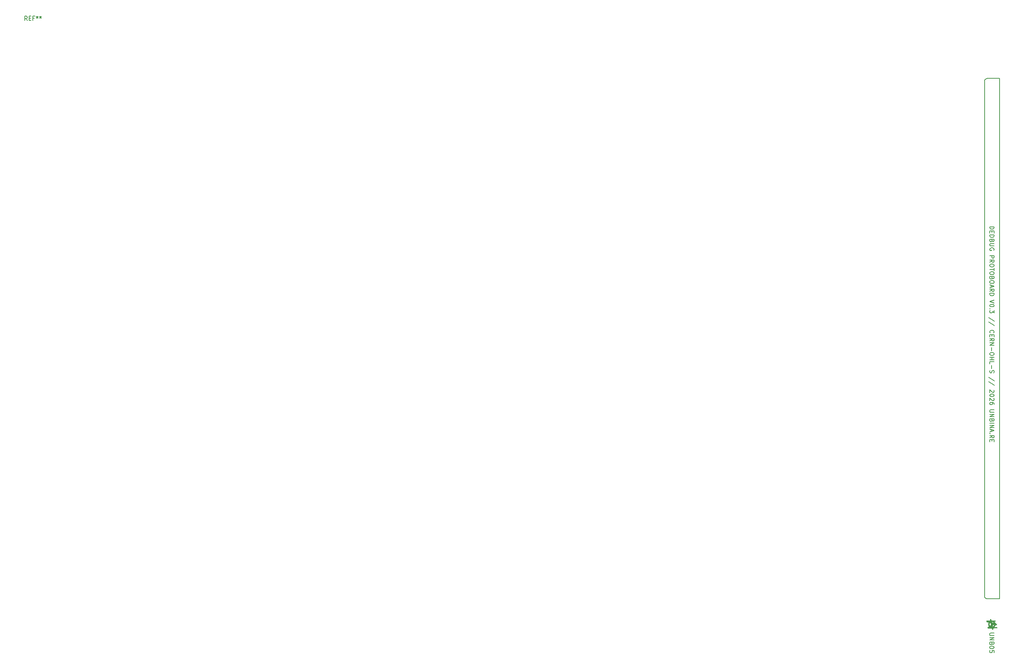
<source format=gbr>
%TF.GenerationSoftware,KiCad,Pcbnew,9.0.2+dfsg-1*%
%TF.CreationDate,2026-01-28T21:05:19+01:00*%
%TF.ProjectId,DEDBUG,44454442-5547-42e6-9b69-6361645f7063,0.3*%
%TF.SameCoordinates,Original*%
%TF.FileFunction,Legend,Top*%
%TF.FilePolarity,Positive*%
%FSLAX46Y46*%
G04 Gerber Fmt 4.6, Leading zero omitted, Abs format (unit mm)*
G04 Created by KiCad (PCBNEW 9.0.2+dfsg-1) date 2026-01-28 21:05:19*
%MOMM*%
%LPD*%
G01*
G04 APERTURE LIST*
%ADD10C,0.153000*%
%ADD11C,0.150000*%
%ADD12C,0.010000*%
G04 APERTURE END LIST*
D10*
X319426075Y-206013654D02*
X319425983Y-205984001D01*
X319425983Y-205984001D02*
X319425983Y-205984001D01*
X319622211Y-206457756D02*
X319622211Y-206457756D01*
X319942944Y-206636401D02*
X319911554Y-206627869D01*
X319473978Y-206230932D02*
X319462242Y-206199777D01*
X322894169Y-206653999D02*
X320095997Y-206653999D01*
X319536342Y-206351088D02*
X319518487Y-206321983D01*
X319787813Y-206577839D02*
X319757994Y-206561478D01*
X319502125Y-206292168D02*
X319487280Y-206261773D01*
X319673269Y-85830458D02*
X319700556Y-85809693D01*
X320035979Y-85681933D02*
X320066240Y-85680101D01*
X319848972Y-85728016D02*
X319880126Y-85716280D01*
X322894169Y-206653999D02*
X322894169Y-206653999D01*
X320036084Y-206652069D02*
X320005341Y-206648525D01*
X319880126Y-85716280D02*
X319911462Y-85706133D01*
X319598625Y-206432816D02*
X319576436Y-206406637D01*
X319462188Y-86134215D02*
X319473924Y-86103058D01*
X319647090Y-85852642D02*
X319673269Y-85830458D01*
X319431445Y-206074660D02*
X319427904Y-206043917D01*
X319443507Y-86196944D02*
X319452041Y-86165555D01*
X322894169Y-85680004D02*
X322894169Y-206653999D01*
X319818132Y-85741318D02*
X319848972Y-85728016D01*
X319427831Y-86290085D02*
X319431379Y-86259341D01*
X319622150Y-85876221D02*
X319622150Y-85876221D01*
X319974150Y-85690707D02*
X320005238Y-85685477D01*
X319436612Y-86228250D02*
X319443507Y-86196944D01*
X319880214Y-206617722D02*
X319849056Y-206605986D01*
X319598565Y-85901161D02*
X319622150Y-85876221D01*
X322894169Y-85680004D02*
X322894169Y-85680004D01*
X320095997Y-206653999D02*
X320066346Y-206653902D01*
X319622150Y-85876221D02*
X319647090Y-85852642D01*
X319425892Y-86350002D02*
X319425994Y-86320350D01*
X319974250Y-206643294D02*
X319942944Y-206636401D01*
X319647151Y-206481342D02*
X319622211Y-206457756D01*
X320005238Y-85685477D02*
X320035979Y-85681933D01*
X319942848Y-85697601D02*
X319974150Y-85690707D01*
X319673332Y-206503531D02*
X319647151Y-206481342D01*
X319757922Y-85772520D02*
X319787738Y-85756161D01*
X319536285Y-85982893D02*
X319555608Y-85954629D01*
X319849056Y-206605986D02*
X319818212Y-206592683D01*
X319473924Y-86103058D02*
X319487227Y-86072215D01*
X319576436Y-206406637D02*
X319555667Y-206379350D01*
X319462242Y-206199777D02*
X319452096Y-206168440D01*
X319911462Y-85706133D02*
X319942848Y-85697601D01*
X319555667Y-206379350D02*
X319536342Y-206351088D01*
X319518487Y-206321983D02*
X319502125Y-206292168D01*
X319436673Y-206105749D02*
X319431445Y-206074660D01*
X319728818Y-85790373D02*
X319757922Y-85772520D01*
X319425994Y-86320350D02*
X319427831Y-86290085D01*
X320066240Y-85680101D02*
X320095890Y-85680004D01*
X319452096Y-206168440D02*
X319443565Y-206137054D01*
X319425983Y-205984001D02*
X319425892Y-86350002D01*
X320005341Y-206648525D02*
X319974250Y-206643294D01*
X319502070Y-86041818D02*
X319518431Y-86012000D01*
X319555608Y-85954629D02*
X319576376Y-85927341D01*
X319757994Y-206561478D02*
X319728886Y-206543623D01*
X319518431Y-86012000D02*
X319536285Y-85982893D01*
X319818212Y-206592683D02*
X319787813Y-206577839D01*
X319443565Y-206137054D02*
X319436673Y-206105749D01*
X319787738Y-85756161D02*
X319818132Y-85741318D01*
X319425892Y-86350002D02*
X319425892Y-86350002D01*
X319622211Y-206457756D02*
X319598625Y-206432816D01*
X319911554Y-206627869D02*
X319880214Y-206617722D01*
X319452041Y-86165555D02*
X319462188Y-86134215D01*
X319427904Y-206043917D02*
X319426075Y-206013654D01*
X320095890Y-85680004D02*
X322894169Y-85680004D01*
X320066346Y-206653902D02*
X320036084Y-206652069D01*
X320095890Y-85680004D02*
X320095890Y-85680004D01*
X319431379Y-86259341D02*
X319436612Y-86228250D01*
X319700556Y-85809693D02*
X319728818Y-85790373D01*
X319576376Y-85927341D02*
X319598565Y-85901161D01*
X319728886Y-206543623D02*
X319700621Y-206524300D01*
X319487227Y-86072215D02*
X319502070Y-86041818D01*
X319700621Y-206524300D02*
X319673332Y-206503531D01*
X319487280Y-206261773D02*
X319473978Y-206230932D01*
X320662336Y-120158809D02*
X321662336Y-120158809D01*
X321662336Y-120158809D02*
X321662336Y-120396904D01*
X321662336Y-120396904D02*
X321614717Y-120539761D01*
X321614717Y-120539761D02*
X321519479Y-120634999D01*
X321519479Y-120634999D02*
X321424241Y-120682618D01*
X321424241Y-120682618D02*
X321233765Y-120730237D01*
X321233765Y-120730237D02*
X321090908Y-120730237D01*
X321090908Y-120730237D02*
X320900432Y-120682618D01*
X320900432Y-120682618D02*
X320805194Y-120634999D01*
X320805194Y-120634999D02*
X320709956Y-120539761D01*
X320709956Y-120539761D02*
X320662336Y-120396904D01*
X320662336Y-120396904D02*
X320662336Y-120158809D01*
X321186146Y-121158809D02*
X321186146Y-121492142D01*
X320662336Y-121634999D02*
X320662336Y-121158809D01*
X320662336Y-121158809D02*
X321662336Y-121158809D01*
X321662336Y-121158809D02*
X321662336Y-121634999D01*
X320662336Y-122063571D02*
X321662336Y-122063571D01*
X321662336Y-122063571D02*
X321662336Y-122301666D01*
X321662336Y-122301666D02*
X321614717Y-122444523D01*
X321614717Y-122444523D02*
X321519479Y-122539761D01*
X321519479Y-122539761D02*
X321424241Y-122587380D01*
X321424241Y-122587380D02*
X321233765Y-122634999D01*
X321233765Y-122634999D02*
X321090908Y-122634999D01*
X321090908Y-122634999D02*
X320900432Y-122587380D01*
X320900432Y-122587380D02*
X320805194Y-122539761D01*
X320805194Y-122539761D02*
X320709956Y-122444523D01*
X320709956Y-122444523D02*
X320662336Y-122301666D01*
X320662336Y-122301666D02*
X320662336Y-122063571D01*
X321186146Y-123396904D02*
X321138527Y-123539761D01*
X321138527Y-123539761D02*
X321090908Y-123587380D01*
X321090908Y-123587380D02*
X320995670Y-123634999D01*
X320995670Y-123634999D02*
X320852813Y-123634999D01*
X320852813Y-123634999D02*
X320757575Y-123587380D01*
X320757575Y-123587380D02*
X320709956Y-123539761D01*
X320709956Y-123539761D02*
X320662336Y-123444523D01*
X320662336Y-123444523D02*
X320662336Y-123063571D01*
X320662336Y-123063571D02*
X321662336Y-123063571D01*
X321662336Y-123063571D02*
X321662336Y-123396904D01*
X321662336Y-123396904D02*
X321614717Y-123492142D01*
X321614717Y-123492142D02*
X321567098Y-123539761D01*
X321567098Y-123539761D02*
X321471860Y-123587380D01*
X321471860Y-123587380D02*
X321376622Y-123587380D01*
X321376622Y-123587380D02*
X321281384Y-123539761D01*
X321281384Y-123539761D02*
X321233765Y-123492142D01*
X321233765Y-123492142D02*
X321186146Y-123396904D01*
X321186146Y-123396904D02*
X321186146Y-123063571D01*
X321662336Y-124063571D02*
X320852813Y-124063571D01*
X320852813Y-124063571D02*
X320757575Y-124111190D01*
X320757575Y-124111190D02*
X320709956Y-124158809D01*
X320709956Y-124158809D02*
X320662336Y-124254047D01*
X320662336Y-124254047D02*
X320662336Y-124444523D01*
X320662336Y-124444523D02*
X320709956Y-124539761D01*
X320709956Y-124539761D02*
X320757575Y-124587380D01*
X320757575Y-124587380D02*
X320852813Y-124634999D01*
X320852813Y-124634999D02*
X321662336Y-124634999D01*
X321614717Y-125634999D02*
X321662336Y-125539761D01*
X321662336Y-125539761D02*
X321662336Y-125396904D01*
X321662336Y-125396904D02*
X321614717Y-125254047D01*
X321614717Y-125254047D02*
X321519479Y-125158809D01*
X321519479Y-125158809D02*
X321424241Y-125111190D01*
X321424241Y-125111190D02*
X321233765Y-125063571D01*
X321233765Y-125063571D02*
X321090908Y-125063571D01*
X321090908Y-125063571D02*
X320900432Y-125111190D01*
X320900432Y-125111190D02*
X320805194Y-125158809D01*
X320805194Y-125158809D02*
X320709956Y-125254047D01*
X320709956Y-125254047D02*
X320662336Y-125396904D01*
X320662336Y-125396904D02*
X320662336Y-125492142D01*
X320662336Y-125492142D02*
X320709956Y-125634999D01*
X320709956Y-125634999D02*
X320757575Y-125682618D01*
X320757575Y-125682618D02*
X321090908Y-125682618D01*
X321090908Y-125682618D02*
X321090908Y-125492142D01*
X320662336Y-126873095D02*
X321662336Y-126873095D01*
X321662336Y-126873095D02*
X321662336Y-127254047D01*
X321662336Y-127254047D02*
X321614717Y-127349285D01*
X321614717Y-127349285D02*
X321567098Y-127396904D01*
X321567098Y-127396904D02*
X321471860Y-127444523D01*
X321471860Y-127444523D02*
X321329003Y-127444523D01*
X321329003Y-127444523D02*
X321233765Y-127396904D01*
X321233765Y-127396904D02*
X321186146Y-127349285D01*
X321186146Y-127349285D02*
X321138527Y-127254047D01*
X321138527Y-127254047D02*
X321138527Y-126873095D01*
X320662336Y-128444523D02*
X321138527Y-128111190D01*
X320662336Y-127873095D02*
X321662336Y-127873095D01*
X321662336Y-127873095D02*
X321662336Y-128254047D01*
X321662336Y-128254047D02*
X321614717Y-128349285D01*
X321614717Y-128349285D02*
X321567098Y-128396904D01*
X321567098Y-128396904D02*
X321471860Y-128444523D01*
X321471860Y-128444523D02*
X321329003Y-128444523D01*
X321329003Y-128444523D02*
X321233765Y-128396904D01*
X321233765Y-128396904D02*
X321186146Y-128349285D01*
X321186146Y-128349285D02*
X321138527Y-128254047D01*
X321138527Y-128254047D02*
X321138527Y-127873095D01*
X321662336Y-129063571D02*
X321662336Y-129254047D01*
X321662336Y-129254047D02*
X321614717Y-129349285D01*
X321614717Y-129349285D02*
X321519479Y-129444523D01*
X321519479Y-129444523D02*
X321329003Y-129492142D01*
X321329003Y-129492142D02*
X320995670Y-129492142D01*
X320995670Y-129492142D02*
X320805194Y-129444523D01*
X320805194Y-129444523D02*
X320709956Y-129349285D01*
X320709956Y-129349285D02*
X320662336Y-129254047D01*
X320662336Y-129254047D02*
X320662336Y-129063571D01*
X320662336Y-129063571D02*
X320709956Y-128968333D01*
X320709956Y-128968333D02*
X320805194Y-128873095D01*
X320805194Y-128873095D02*
X320995670Y-128825476D01*
X320995670Y-128825476D02*
X321329003Y-128825476D01*
X321329003Y-128825476D02*
X321519479Y-128873095D01*
X321519479Y-128873095D02*
X321614717Y-128968333D01*
X321614717Y-128968333D02*
X321662336Y-129063571D01*
X321662336Y-129777857D02*
X321662336Y-130349285D01*
X320662336Y-130063571D02*
X321662336Y-130063571D01*
X321662336Y-130873095D02*
X321662336Y-131063571D01*
X321662336Y-131063571D02*
X321614717Y-131158809D01*
X321614717Y-131158809D02*
X321519479Y-131254047D01*
X321519479Y-131254047D02*
X321329003Y-131301666D01*
X321329003Y-131301666D02*
X320995670Y-131301666D01*
X320995670Y-131301666D02*
X320805194Y-131254047D01*
X320805194Y-131254047D02*
X320709956Y-131158809D01*
X320709956Y-131158809D02*
X320662336Y-131063571D01*
X320662336Y-131063571D02*
X320662336Y-130873095D01*
X320662336Y-130873095D02*
X320709956Y-130777857D01*
X320709956Y-130777857D02*
X320805194Y-130682619D01*
X320805194Y-130682619D02*
X320995670Y-130635000D01*
X320995670Y-130635000D02*
X321329003Y-130635000D01*
X321329003Y-130635000D02*
X321519479Y-130682619D01*
X321519479Y-130682619D02*
X321614717Y-130777857D01*
X321614717Y-130777857D02*
X321662336Y-130873095D01*
X321186146Y-132063571D02*
X321138527Y-132206428D01*
X321138527Y-132206428D02*
X321090908Y-132254047D01*
X321090908Y-132254047D02*
X320995670Y-132301666D01*
X320995670Y-132301666D02*
X320852813Y-132301666D01*
X320852813Y-132301666D02*
X320757575Y-132254047D01*
X320757575Y-132254047D02*
X320709956Y-132206428D01*
X320709956Y-132206428D02*
X320662336Y-132111190D01*
X320662336Y-132111190D02*
X320662336Y-131730238D01*
X320662336Y-131730238D02*
X321662336Y-131730238D01*
X321662336Y-131730238D02*
X321662336Y-132063571D01*
X321662336Y-132063571D02*
X321614717Y-132158809D01*
X321614717Y-132158809D02*
X321567098Y-132206428D01*
X321567098Y-132206428D02*
X321471860Y-132254047D01*
X321471860Y-132254047D02*
X321376622Y-132254047D01*
X321376622Y-132254047D02*
X321281384Y-132206428D01*
X321281384Y-132206428D02*
X321233765Y-132158809D01*
X321233765Y-132158809D02*
X321186146Y-132063571D01*
X321186146Y-132063571D02*
X321186146Y-131730238D01*
X321662336Y-132920714D02*
X321662336Y-133111190D01*
X321662336Y-133111190D02*
X321614717Y-133206428D01*
X321614717Y-133206428D02*
X321519479Y-133301666D01*
X321519479Y-133301666D02*
X321329003Y-133349285D01*
X321329003Y-133349285D02*
X320995670Y-133349285D01*
X320995670Y-133349285D02*
X320805194Y-133301666D01*
X320805194Y-133301666D02*
X320709956Y-133206428D01*
X320709956Y-133206428D02*
X320662336Y-133111190D01*
X320662336Y-133111190D02*
X320662336Y-132920714D01*
X320662336Y-132920714D02*
X320709956Y-132825476D01*
X320709956Y-132825476D02*
X320805194Y-132730238D01*
X320805194Y-132730238D02*
X320995670Y-132682619D01*
X320995670Y-132682619D02*
X321329003Y-132682619D01*
X321329003Y-132682619D02*
X321519479Y-132730238D01*
X321519479Y-132730238D02*
X321614717Y-132825476D01*
X321614717Y-132825476D02*
X321662336Y-132920714D01*
X320948051Y-133730238D02*
X320948051Y-134206428D01*
X320662336Y-133635000D02*
X321662336Y-133968333D01*
X321662336Y-133968333D02*
X320662336Y-134301666D01*
X320662336Y-135206428D02*
X321138527Y-134873095D01*
X320662336Y-134635000D02*
X321662336Y-134635000D01*
X321662336Y-134635000D02*
X321662336Y-135015952D01*
X321662336Y-135015952D02*
X321614717Y-135111190D01*
X321614717Y-135111190D02*
X321567098Y-135158809D01*
X321567098Y-135158809D02*
X321471860Y-135206428D01*
X321471860Y-135206428D02*
X321329003Y-135206428D01*
X321329003Y-135206428D02*
X321233765Y-135158809D01*
X321233765Y-135158809D02*
X321186146Y-135111190D01*
X321186146Y-135111190D02*
X321138527Y-135015952D01*
X321138527Y-135015952D02*
X321138527Y-134635000D01*
X320662336Y-135635000D02*
X321662336Y-135635000D01*
X321662336Y-135635000D02*
X321662336Y-135873095D01*
X321662336Y-135873095D02*
X321614717Y-136015952D01*
X321614717Y-136015952D02*
X321519479Y-136111190D01*
X321519479Y-136111190D02*
X321424241Y-136158809D01*
X321424241Y-136158809D02*
X321233765Y-136206428D01*
X321233765Y-136206428D02*
X321090908Y-136206428D01*
X321090908Y-136206428D02*
X320900432Y-136158809D01*
X320900432Y-136158809D02*
X320805194Y-136111190D01*
X320805194Y-136111190D02*
X320709956Y-136015952D01*
X320709956Y-136015952D02*
X320662336Y-135873095D01*
X320662336Y-135873095D02*
X320662336Y-135635000D01*
X321662336Y-137254048D02*
X320662336Y-137587381D01*
X320662336Y-137587381D02*
X321662336Y-137920714D01*
X321662336Y-138444524D02*
X321662336Y-138539762D01*
X321662336Y-138539762D02*
X321614717Y-138635000D01*
X321614717Y-138635000D02*
X321567098Y-138682619D01*
X321567098Y-138682619D02*
X321471860Y-138730238D01*
X321471860Y-138730238D02*
X321281384Y-138777857D01*
X321281384Y-138777857D02*
X321043289Y-138777857D01*
X321043289Y-138777857D02*
X320852813Y-138730238D01*
X320852813Y-138730238D02*
X320757575Y-138682619D01*
X320757575Y-138682619D02*
X320709956Y-138635000D01*
X320709956Y-138635000D02*
X320662336Y-138539762D01*
X320662336Y-138539762D02*
X320662336Y-138444524D01*
X320662336Y-138444524D02*
X320709956Y-138349286D01*
X320709956Y-138349286D02*
X320757575Y-138301667D01*
X320757575Y-138301667D02*
X320852813Y-138254048D01*
X320852813Y-138254048D02*
X321043289Y-138206429D01*
X321043289Y-138206429D02*
X321281384Y-138206429D01*
X321281384Y-138206429D02*
X321471860Y-138254048D01*
X321471860Y-138254048D02*
X321567098Y-138301667D01*
X321567098Y-138301667D02*
X321614717Y-138349286D01*
X321614717Y-138349286D02*
X321662336Y-138444524D01*
X320757575Y-139206429D02*
X320709956Y-139254048D01*
X320709956Y-139254048D02*
X320662336Y-139206429D01*
X320662336Y-139206429D02*
X320709956Y-139158810D01*
X320709956Y-139158810D02*
X320757575Y-139206429D01*
X320757575Y-139206429D02*
X320662336Y-139206429D01*
X321662336Y-139587381D02*
X321662336Y-140206428D01*
X321662336Y-140206428D02*
X321281384Y-139873095D01*
X321281384Y-139873095D02*
X321281384Y-140015952D01*
X321281384Y-140015952D02*
X321233765Y-140111190D01*
X321233765Y-140111190D02*
X321186146Y-140158809D01*
X321186146Y-140158809D02*
X321090908Y-140206428D01*
X321090908Y-140206428D02*
X320852813Y-140206428D01*
X320852813Y-140206428D02*
X320757575Y-140158809D01*
X320757575Y-140158809D02*
X320709956Y-140111190D01*
X320709956Y-140111190D02*
X320662336Y-140015952D01*
X320662336Y-140015952D02*
X320662336Y-139730238D01*
X320662336Y-139730238D02*
X320709956Y-139635000D01*
X320709956Y-139635000D02*
X320757575Y-139587381D01*
X321709956Y-142111190D02*
X320424241Y-141254048D01*
X321709956Y-143158809D02*
X320424241Y-142301667D01*
X320757575Y-144825476D02*
X320709956Y-144777857D01*
X320709956Y-144777857D02*
X320662336Y-144635000D01*
X320662336Y-144635000D02*
X320662336Y-144539762D01*
X320662336Y-144539762D02*
X320709956Y-144396905D01*
X320709956Y-144396905D02*
X320805194Y-144301667D01*
X320805194Y-144301667D02*
X320900432Y-144254048D01*
X320900432Y-144254048D02*
X321090908Y-144206429D01*
X321090908Y-144206429D02*
X321233765Y-144206429D01*
X321233765Y-144206429D02*
X321424241Y-144254048D01*
X321424241Y-144254048D02*
X321519479Y-144301667D01*
X321519479Y-144301667D02*
X321614717Y-144396905D01*
X321614717Y-144396905D02*
X321662336Y-144539762D01*
X321662336Y-144539762D02*
X321662336Y-144635000D01*
X321662336Y-144635000D02*
X321614717Y-144777857D01*
X321614717Y-144777857D02*
X321567098Y-144825476D01*
X321186146Y-145254048D02*
X321186146Y-145587381D01*
X320662336Y-145730238D02*
X320662336Y-145254048D01*
X320662336Y-145254048D02*
X321662336Y-145254048D01*
X321662336Y-145254048D02*
X321662336Y-145730238D01*
X320662336Y-146730238D02*
X321138527Y-146396905D01*
X320662336Y-146158810D02*
X321662336Y-146158810D01*
X321662336Y-146158810D02*
X321662336Y-146539762D01*
X321662336Y-146539762D02*
X321614717Y-146635000D01*
X321614717Y-146635000D02*
X321567098Y-146682619D01*
X321567098Y-146682619D02*
X321471860Y-146730238D01*
X321471860Y-146730238D02*
X321329003Y-146730238D01*
X321329003Y-146730238D02*
X321233765Y-146682619D01*
X321233765Y-146682619D02*
X321186146Y-146635000D01*
X321186146Y-146635000D02*
X321138527Y-146539762D01*
X321138527Y-146539762D02*
X321138527Y-146158810D01*
X320662336Y-147158810D02*
X321662336Y-147158810D01*
X321662336Y-147158810D02*
X320662336Y-147730238D01*
X320662336Y-147730238D02*
X321662336Y-147730238D01*
X321043289Y-148206429D02*
X321043289Y-148968334D01*
X321662336Y-149635000D02*
X321662336Y-149825476D01*
X321662336Y-149825476D02*
X321614717Y-149920714D01*
X321614717Y-149920714D02*
X321519479Y-150015952D01*
X321519479Y-150015952D02*
X321329003Y-150063571D01*
X321329003Y-150063571D02*
X320995670Y-150063571D01*
X320995670Y-150063571D02*
X320805194Y-150015952D01*
X320805194Y-150015952D02*
X320709956Y-149920714D01*
X320709956Y-149920714D02*
X320662336Y-149825476D01*
X320662336Y-149825476D02*
X320662336Y-149635000D01*
X320662336Y-149635000D02*
X320709956Y-149539762D01*
X320709956Y-149539762D02*
X320805194Y-149444524D01*
X320805194Y-149444524D02*
X320995670Y-149396905D01*
X320995670Y-149396905D02*
X321329003Y-149396905D01*
X321329003Y-149396905D02*
X321519479Y-149444524D01*
X321519479Y-149444524D02*
X321614717Y-149539762D01*
X321614717Y-149539762D02*
X321662336Y-149635000D01*
X320662336Y-150492143D02*
X321662336Y-150492143D01*
X321186146Y-150492143D02*
X321186146Y-151063571D01*
X320662336Y-151063571D02*
X321662336Y-151063571D01*
X320662336Y-152015952D02*
X320662336Y-151539762D01*
X320662336Y-151539762D02*
X321662336Y-151539762D01*
X321043289Y-152349286D02*
X321043289Y-153111191D01*
X320709956Y-153539762D02*
X320662336Y-153682619D01*
X320662336Y-153682619D02*
X320662336Y-153920714D01*
X320662336Y-153920714D02*
X320709956Y-154015952D01*
X320709956Y-154015952D02*
X320757575Y-154063571D01*
X320757575Y-154063571D02*
X320852813Y-154111190D01*
X320852813Y-154111190D02*
X320948051Y-154111190D01*
X320948051Y-154111190D02*
X321043289Y-154063571D01*
X321043289Y-154063571D02*
X321090908Y-154015952D01*
X321090908Y-154015952D02*
X321138527Y-153920714D01*
X321138527Y-153920714D02*
X321186146Y-153730238D01*
X321186146Y-153730238D02*
X321233765Y-153635000D01*
X321233765Y-153635000D02*
X321281384Y-153587381D01*
X321281384Y-153587381D02*
X321376622Y-153539762D01*
X321376622Y-153539762D02*
X321471860Y-153539762D01*
X321471860Y-153539762D02*
X321567098Y-153587381D01*
X321567098Y-153587381D02*
X321614717Y-153635000D01*
X321614717Y-153635000D02*
X321662336Y-153730238D01*
X321662336Y-153730238D02*
X321662336Y-153968333D01*
X321662336Y-153968333D02*
X321614717Y-154111190D01*
X321709956Y-156015952D02*
X320424241Y-155158810D01*
X321709956Y-157063571D02*
X320424241Y-156206429D01*
X321567098Y-158111191D02*
X321614717Y-158158810D01*
X321614717Y-158158810D02*
X321662336Y-158254048D01*
X321662336Y-158254048D02*
X321662336Y-158492143D01*
X321662336Y-158492143D02*
X321614717Y-158587381D01*
X321614717Y-158587381D02*
X321567098Y-158635000D01*
X321567098Y-158635000D02*
X321471860Y-158682619D01*
X321471860Y-158682619D02*
X321376622Y-158682619D01*
X321376622Y-158682619D02*
X321233765Y-158635000D01*
X321233765Y-158635000D02*
X320662336Y-158063572D01*
X320662336Y-158063572D02*
X320662336Y-158682619D01*
X321662336Y-159301667D02*
X321662336Y-159396905D01*
X321662336Y-159396905D02*
X321614717Y-159492143D01*
X321614717Y-159492143D02*
X321567098Y-159539762D01*
X321567098Y-159539762D02*
X321471860Y-159587381D01*
X321471860Y-159587381D02*
X321281384Y-159635000D01*
X321281384Y-159635000D02*
X321043289Y-159635000D01*
X321043289Y-159635000D02*
X320852813Y-159587381D01*
X320852813Y-159587381D02*
X320757575Y-159539762D01*
X320757575Y-159539762D02*
X320709956Y-159492143D01*
X320709956Y-159492143D02*
X320662336Y-159396905D01*
X320662336Y-159396905D02*
X320662336Y-159301667D01*
X320662336Y-159301667D02*
X320709956Y-159206429D01*
X320709956Y-159206429D02*
X320757575Y-159158810D01*
X320757575Y-159158810D02*
X320852813Y-159111191D01*
X320852813Y-159111191D02*
X321043289Y-159063572D01*
X321043289Y-159063572D02*
X321281384Y-159063572D01*
X321281384Y-159063572D02*
X321471860Y-159111191D01*
X321471860Y-159111191D02*
X321567098Y-159158810D01*
X321567098Y-159158810D02*
X321614717Y-159206429D01*
X321614717Y-159206429D02*
X321662336Y-159301667D01*
X321567098Y-160015953D02*
X321614717Y-160063572D01*
X321614717Y-160063572D02*
X321662336Y-160158810D01*
X321662336Y-160158810D02*
X321662336Y-160396905D01*
X321662336Y-160396905D02*
X321614717Y-160492143D01*
X321614717Y-160492143D02*
X321567098Y-160539762D01*
X321567098Y-160539762D02*
X321471860Y-160587381D01*
X321471860Y-160587381D02*
X321376622Y-160587381D01*
X321376622Y-160587381D02*
X321233765Y-160539762D01*
X321233765Y-160539762D02*
X320662336Y-159968334D01*
X320662336Y-159968334D02*
X320662336Y-160587381D01*
X321662336Y-161444524D02*
X321662336Y-161254048D01*
X321662336Y-161254048D02*
X321614717Y-161158810D01*
X321614717Y-161158810D02*
X321567098Y-161111191D01*
X321567098Y-161111191D02*
X321424241Y-161015953D01*
X321424241Y-161015953D02*
X321233765Y-160968334D01*
X321233765Y-160968334D02*
X320852813Y-160968334D01*
X320852813Y-160968334D02*
X320757575Y-161015953D01*
X320757575Y-161015953D02*
X320709956Y-161063572D01*
X320709956Y-161063572D02*
X320662336Y-161158810D01*
X320662336Y-161158810D02*
X320662336Y-161349286D01*
X320662336Y-161349286D02*
X320709956Y-161444524D01*
X320709956Y-161444524D02*
X320757575Y-161492143D01*
X320757575Y-161492143D02*
X320852813Y-161539762D01*
X320852813Y-161539762D02*
X321090908Y-161539762D01*
X321090908Y-161539762D02*
X321186146Y-161492143D01*
X321186146Y-161492143D02*
X321233765Y-161444524D01*
X321233765Y-161444524D02*
X321281384Y-161349286D01*
X321281384Y-161349286D02*
X321281384Y-161158810D01*
X321281384Y-161158810D02*
X321233765Y-161063572D01*
X321233765Y-161063572D02*
X321186146Y-161015953D01*
X321186146Y-161015953D02*
X321090908Y-160968334D01*
X321662336Y-162730239D02*
X320852813Y-162730239D01*
X320852813Y-162730239D02*
X320757575Y-162777858D01*
X320757575Y-162777858D02*
X320709956Y-162825477D01*
X320709956Y-162825477D02*
X320662336Y-162920715D01*
X320662336Y-162920715D02*
X320662336Y-163111191D01*
X320662336Y-163111191D02*
X320709956Y-163206429D01*
X320709956Y-163206429D02*
X320757575Y-163254048D01*
X320757575Y-163254048D02*
X320852813Y-163301667D01*
X320852813Y-163301667D02*
X321662336Y-163301667D01*
X320662336Y-163777858D02*
X321662336Y-163777858D01*
X321662336Y-163777858D02*
X320662336Y-164349286D01*
X320662336Y-164349286D02*
X321662336Y-164349286D01*
X321186146Y-165158810D02*
X321138527Y-165301667D01*
X321138527Y-165301667D02*
X321090908Y-165349286D01*
X321090908Y-165349286D02*
X320995670Y-165396905D01*
X320995670Y-165396905D02*
X320852813Y-165396905D01*
X320852813Y-165396905D02*
X320757575Y-165349286D01*
X320757575Y-165349286D02*
X320709956Y-165301667D01*
X320709956Y-165301667D02*
X320662336Y-165206429D01*
X320662336Y-165206429D02*
X320662336Y-164825477D01*
X320662336Y-164825477D02*
X321662336Y-164825477D01*
X321662336Y-164825477D02*
X321662336Y-165158810D01*
X321662336Y-165158810D02*
X321614717Y-165254048D01*
X321614717Y-165254048D02*
X321567098Y-165301667D01*
X321567098Y-165301667D02*
X321471860Y-165349286D01*
X321471860Y-165349286D02*
X321376622Y-165349286D01*
X321376622Y-165349286D02*
X321281384Y-165301667D01*
X321281384Y-165301667D02*
X321233765Y-165254048D01*
X321233765Y-165254048D02*
X321186146Y-165158810D01*
X321186146Y-165158810D02*
X321186146Y-164825477D01*
X320662336Y-165825477D02*
X321662336Y-165825477D01*
X320662336Y-166301667D02*
X321662336Y-166301667D01*
X321662336Y-166301667D02*
X320662336Y-166873095D01*
X320662336Y-166873095D02*
X321662336Y-166873095D01*
X320948051Y-167301667D02*
X320948051Y-167777857D01*
X320662336Y-167206429D02*
X321662336Y-167539762D01*
X321662336Y-167539762D02*
X320662336Y-167873095D01*
X320757575Y-168206429D02*
X320709956Y-168254048D01*
X320709956Y-168254048D02*
X320662336Y-168206429D01*
X320662336Y-168206429D02*
X320709956Y-168158810D01*
X320709956Y-168158810D02*
X320757575Y-168206429D01*
X320757575Y-168206429D02*
X320662336Y-168206429D01*
X320662336Y-169254047D02*
X321138527Y-168920714D01*
X320662336Y-168682619D02*
X321662336Y-168682619D01*
X321662336Y-168682619D02*
X321662336Y-169063571D01*
X321662336Y-169063571D02*
X321614717Y-169158809D01*
X321614717Y-169158809D02*
X321567098Y-169206428D01*
X321567098Y-169206428D02*
X321471860Y-169254047D01*
X321471860Y-169254047D02*
X321329003Y-169254047D01*
X321329003Y-169254047D02*
X321233765Y-169206428D01*
X321233765Y-169206428D02*
X321186146Y-169158809D01*
X321186146Y-169158809D02*
X321138527Y-169063571D01*
X321138527Y-169063571D02*
X321138527Y-168682619D01*
X321186146Y-169682619D02*
X321186146Y-170015952D01*
X320662336Y-170158809D02*
X320662336Y-169682619D01*
X320662336Y-169682619D02*
X321662336Y-169682619D01*
X321662336Y-169682619D02*
X321662336Y-170158809D01*
X321623550Y-214629400D02*
X320814027Y-214629400D01*
X320814027Y-214629400D02*
X320718789Y-214677019D01*
X320718789Y-214677019D02*
X320671170Y-214724638D01*
X320671170Y-214724638D02*
X320623550Y-214819876D01*
X320623550Y-214819876D02*
X320623550Y-215010352D01*
X320623550Y-215010352D02*
X320671170Y-215105590D01*
X320671170Y-215105590D02*
X320718789Y-215153209D01*
X320718789Y-215153209D02*
X320814027Y-215200828D01*
X320814027Y-215200828D02*
X321623550Y-215200828D01*
X320623550Y-215677019D02*
X321623550Y-215677019D01*
X321623550Y-215677019D02*
X320623550Y-216248447D01*
X320623550Y-216248447D02*
X321623550Y-216248447D01*
X321147360Y-217057971D02*
X321099741Y-217200828D01*
X321099741Y-217200828D02*
X321052122Y-217248447D01*
X321052122Y-217248447D02*
X320956884Y-217296066D01*
X320956884Y-217296066D02*
X320814027Y-217296066D01*
X320814027Y-217296066D02*
X320718789Y-217248447D01*
X320718789Y-217248447D02*
X320671170Y-217200828D01*
X320671170Y-217200828D02*
X320623550Y-217105590D01*
X320623550Y-217105590D02*
X320623550Y-216724638D01*
X320623550Y-216724638D02*
X321623550Y-216724638D01*
X321623550Y-216724638D02*
X321623550Y-217057971D01*
X321623550Y-217057971D02*
X321575931Y-217153209D01*
X321575931Y-217153209D02*
X321528312Y-217200828D01*
X321528312Y-217200828D02*
X321433074Y-217248447D01*
X321433074Y-217248447D02*
X321337836Y-217248447D01*
X321337836Y-217248447D02*
X321242598Y-217200828D01*
X321242598Y-217200828D02*
X321194979Y-217153209D01*
X321194979Y-217153209D02*
X321147360Y-217057971D01*
X321147360Y-217057971D02*
X321147360Y-216724638D01*
X321623550Y-217915114D02*
X321623550Y-218010352D01*
X321623550Y-218010352D02*
X321575931Y-218105590D01*
X321575931Y-218105590D02*
X321528312Y-218153209D01*
X321528312Y-218153209D02*
X321433074Y-218200828D01*
X321433074Y-218200828D02*
X321242598Y-218248447D01*
X321242598Y-218248447D02*
X321004503Y-218248447D01*
X321004503Y-218248447D02*
X320814027Y-218200828D01*
X320814027Y-218200828D02*
X320718789Y-218153209D01*
X320718789Y-218153209D02*
X320671170Y-218105590D01*
X320671170Y-218105590D02*
X320623550Y-218010352D01*
X320623550Y-218010352D02*
X320623550Y-217915114D01*
X320623550Y-217915114D02*
X320671170Y-217819876D01*
X320671170Y-217819876D02*
X320718789Y-217772257D01*
X320718789Y-217772257D02*
X320814027Y-217724638D01*
X320814027Y-217724638D02*
X321004503Y-217677019D01*
X321004503Y-217677019D02*
X321242598Y-217677019D01*
X321242598Y-217677019D02*
X321433074Y-217724638D01*
X321433074Y-217724638D02*
X321528312Y-217772257D01*
X321528312Y-217772257D02*
X321575931Y-217819876D01*
X321575931Y-217819876D02*
X321623550Y-217915114D01*
X321623550Y-219153209D02*
X321623550Y-218677019D01*
X321623550Y-218677019D02*
X321147360Y-218629400D01*
X321147360Y-218629400D02*
X321194979Y-218677019D01*
X321194979Y-218677019D02*
X321242598Y-218772257D01*
X321242598Y-218772257D02*
X321242598Y-219010352D01*
X321242598Y-219010352D02*
X321194979Y-219105590D01*
X321194979Y-219105590D02*
X321147360Y-219153209D01*
X321147360Y-219153209D02*
X321052122Y-219200828D01*
X321052122Y-219200828D02*
X320814027Y-219200828D01*
X320814027Y-219200828D02*
X320718789Y-219153209D01*
X320718789Y-219153209D02*
X320671170Y-219105590D01*
X320671170Y-219105590D02*
X320623550Y-219010352D01*
X320623550Y-219010352D02*
X320623550Y-218772257D01*
X320623550Y-218772257D02*
X320671170Y-218677019D01*
X320671170Y-218677019D02*
X320718789Y-218629400D01*
D11*
X97086666Y-72214819D02*
X96753333Y-71738628D01*
X96515238Y-72214819D02*
X96515238Y-71214819D01*
X96515238Y-71214819D02*
X96896190Y-71214819D01*
X96896190Y-71214819D02*
X96991428Y-71262438D01*
X96991428Y-71262438D02*
X97039047Y-71310057D01*
X97039047Y-71310057D02*
X97086666Y-71405295D01*
X97086666Y-71405295D02*
X97086666Y-71548152D01*
X97086666Y-71548152D02*
X97039047Y-71643390D01*
X97039047Y-71643390D02*
X96991428Y-71691009D01*
X96991428Y-71691009D02*
X96896190Y-71738628D01*
X96896190Y-71738628D02*
X96515238Y-71738628D01*
X97515238Y-71691009D02*
X97848571Y-71691009D01*
X97991428Y-72214819D02*
X97515238Y-72214819D01*
X97515238Y-72214819D02*
X97515238Y-71214819D01*
X97515238Y-71214819D02*
X97991428Y-71214819D01*
X98753333Y-71691009D02*
X98420000Y-71691009D01*
X98420000Y-72214819D02*
X98420000Y-71214819D01*
X98420000Y-71214819D02*
X98896190Y-71214819D01*
X99420000Y-71214819D02*
X99420000Y-71452914D01*
X99181905Y-71357676D02*
X99420000Y-71452914D01*
X99420000Y-71452914D02*
X99658095Y-71357676D01*
X99277143Y-71643390D02*
X99420000Y-71452914D01*
X99420000Y-71452914D02*
X99562857Y-71643390D01*
X100181905Y-71214819D02*
X100181905Y-71452914D01*
X99943810Y-71357676D02*
X100181905Y-71452914D01*
X100181905Y-71452914D02*
X100420000Y-71357676D01*
X100039048Y-71643390D02*
X100181905Y-71452914D01*
X100181905Y-71452914D02*
X100324762Y-71643390D01*
D12*
%TO.C,Ref\u002A\u002A*%
X320885255Y-211379235D02*
X320908741Y-211407721D01*
X320925274Y-211469249D01*
X320930005Y-211492680D01*
X320945012Y-211565708D01*
X320958281Y-211625735D01*
X320964682Y-211651430D01*
X320971157Y-211663463D01*
X320986297Y-211672583D01*
X320995918Y-211674773D01*
X321015315Y-211679190D01*
X321063425Y-211683680D01*
X321135839Y-211686451D01*
X321136422Y-211686459D01*
X321237771Y-211687902D01*
X321374434Y-211688429D01*
X321450057Y-211688472D01*
X321924881Y-211688472D01*
X321924881Y-211921305D01*
X321772669Y-211921305D01*
X321695120Y-211922463D01*
X321653965Y-211926813D01*
X321643307Y-211935668D01*
X321653876Y-211947763D01*
X321662945Y-211956930D01*
X321684670Y-211978890D01*
X321728688Y-212031122D01*
X321761526Y-212073464D01*
X321802540Y-212124790D01*
X321833358Y-212156894D01*
X321845471Y-212162992D01*
X321861014Y-212172889D01*
X321889175Y-212207325D01*
X321921625Y-212254056D01*
X321950030Y-212300836D01*
X321966059Y-212335421D01*
X321967214Y-212341920D01*
X321950218Y-212364975D01*
X321931925Y-212374817D01*
X321910172Y-212390229D01*
X321921796Y-212408617D01*
X321969288Y-212431506D01*
X322055140Y-212460425D01*
X322087479Y-212470131D01*
X322239493Y-212514904D01*
X322206638Y-212611330D01*
X322182480Y-212669979D01*
X322158488Y-212709301D01*
X322148931Y-212717293D01*
X322115256Y-212716454D01*
X322059272Y-212703218D01*
X322032402Y-212694484D01*
X321974358Y-212675081D01*
X321933934Y-212663537D01*
X321925570Y-212662138D01*
X321911027Y-212680452D01*
X321891991Y-212726661D01*
X321883863Y-212752097D01*
X321813656Y-212920983D01*
X321710609Y-213071954D01*
X321646980Y-213138898D01*
X321545694Y-213233638D01*
X322279422Y-213233638D01*
X322292652Y-213299784D01*
X322303720Y-213355055D01*
X322307451Y-213394233D01*
X322298171Y-213420082D01*
X322270212Y-213435364D01*
X322217900Y-213442841D01*
X322135566Y-213445277D01*
X322017539Y-213445433D01*
X321993672Y-213445432D01*
X321798516Y-213447112D01*
X321635025Y-213451868D01*
X321505307Y-213459528D01*
X321411472Y-213469919D01*
X321355628Y-213482870D01*
X321339884Y-213498208D01*
X321340065Y-213498732D01*
X321349105Y-213534421D01*
X321360119Y-213593626D01*
X321364214Y-213619511D01*
X321378453Y-213714462D01*
X321277915Y-213739778D01*
X321213765Y-213753070D01*
X321174604Y-213748233D01*
X321151906Y-213718240D01*
X321137141Y-213656068D01*
X321131306Y-213619014D01*
X321124426Y-213569678D01*
X321116969Y-213532266D01*
X321103585Y-213505137D01*
X321078928Y-213486651D01*
X321037649Y-213475167D01*
X320974398Y-213469046D01*
X320883829Y-213466646D01*
X320760593Y-213466329D01*
X320633918Y-213466472D01*
X320483101Y-213466377D01*
X320369233Y-213465734D01*
X320286934Y-213464001D01*
X320230818Y-213460636D01*
X320195504Y-213455099D01*
X320175609Y-213446848D01*
X320165749Y-213435341D01*
X320160542Y-213420039D01*
X320160222Y-213418847D01*
X320147373Y-213344976D01*
X320148741Y-213282520D01*
X320163164Y-213242468D01*
X320179792Y-213233638D01*
X320210728Y-213223055D01*
X320633714Y-213223055D01*
X320644297Y-213233638D01*
X320654881Y-213223055D01*
X320644297Y-213212472D01*
X320633714Y-213223055D01*
X320210728Y-213223055D01*
X320212900Y-213222312D01*
X320268493Y-213192570D01*
X320334725Y-213150772D01*
X320336801Y-213149365D01*
X320446474Y-213074888D01*
X320863921Y-213074888D01*
X320923442Y-213100392D01*
X320973157Y-213118998D01*
X321005757Y-213126850D01*
X321019661Y-213109343D01*
X321019229Y-213064305D01*
X321010801Y-213019393D01*
X320995918Y-213004613D01*
X320963304Y-213016740D01*
X320926708Y-213037847D01*
X320863921Y-213074888D01*
X320446474Y-213074888D01*
X320460898Y-213065093D01*
X320384771Y-212916717D01*
X320320847Y-212748823D01*
X320294527Y-212572632D01*
X320297397Y-212530695D01*
X320512190Y-212530695D01*
X320529604Y-212662138D01*
X320555159Y-212742259D01*
X320592192Y-212825675D01*
X320604096Y-212847404D01*
X320644297Y-212916153D01*
X320656733Y-212937421D01*
X320742613Y-212883179D01*
X321212405Y-212883179D01*
X321221783Y-212919797D01*
X321233107Y-212980026D01*
X321237665Y-213008682D01*
X321247999Y-213066243D01*
X321257604Y-213101466D01*
X321261214Y-213106638D01*
X321303030Y-213094762D01*
X321364095Y-213064332D01*
X321430529Y-213023147D01*
X321488449Y-212979007D01*
X321488571Y-212978900D01*
X321541214Y-212922777D01*
X321590487Y-212853071D01*
X321632955Y-212777692D01*
X321665181Y-212704550D01*
X321683729Y-212641554D01*
X321685165Y-212596613D01*
X321666052Y-212577637D01*
X321662945Y-212577472D01*
X321628740Y-212588596D01*
X321572034Y-212618306D01*
X321500921Y-212661107D01*
X321423500Y-212711506D01*
X321347868Y-212764008D01*
X321282121Y-212813120D01*
X321234357Y-212853346D01*
X321212673Y-212879194D01*
X321212405Y-212883179D01*
X320742613Y-212883179D01*
X320777515Y-212861135D01*
X320855344Y-212811866D01*
X320905329Y-212774624D01*
X320931661Y-212738763D01*
X320938529Y-212693640D01*
X320930122Y-212628611D01*
X320910628Y-212533032D01*
X320909257Y-212526384D01*
X320891284Y-212438446D01*
X320881211Y-212388365D01*
X321117062Y-212388365D01*
X321131830Y-212477626D01*
X321143085Y-212536568D01*
X321153485Y-212576670D01*
X321156194Y-212583095D01*
X321177180Y-212582117D01*
X321219506Y-212564372D01*
X321269782Y-212537301D01*
X321314617Y-212508342D01*
X321340623Y-212484936D01*
X321342797Y-212479421D01*
X321324498Y-212465405D01*
X321277230Y-212444134D01*
X321229930Y-212426730D01*
X321117062Y-212388365D01*
X320881211Y-212388365D01*
X320877043Y-212367640D01*
X320868354Y-212323095D01*
X320866547Y-212312501D01*
X320848213Y-212303056D01*
X320800354Y-212284615D01*
X320739399Y-212263253D01*
X320612251Y-212220314D01*
X320577108Y-212287768D01*
X320527241Y-212410993D01*
X320512190Y-212530695D01*
X320297397Y-212530695D01*
X320306539Y-212397089D01*
X320333822Y-212291722D01*
X320354088Y-212223978D01*
X320364184Y-212172973D01*
X320362498Y-212151263D01*
X320337795Y-212139863D01*
X320281053Y-212118609D01*
X320200571Y-212090481D01*
X320104652Y-212058463D01*
X320099256Y-212056701D01*
X320016859Y-212028298D01*
X321036419Y-212028298D01*
X321048955Y-212084327D01*
X321061443Y-212106651D01*
X321090496Y-212128666D01*
X321117062Y-212141353D01*
X321142409Y-212153458D01*
X321223474Y-212184116D01*
X321318572Y-212216619D01*
X321447639Y-212258923D01*
X321539766Y-212286382D01*
X321597914Y-212298297D01*
X321625040Y-212293974D01*
X321624105Y-212272714D01*
X321598068Y-212233823D01*
X321549887Y-212176604D01*
X321539396Y-212164650D01*
X321431210Y-212067277D01*
X321307911Y-211999483D01*
X321179655Y-211966328D01*
X321136422Y-211963845D01*
X321071275Y-211967941D01*
X321040082Y-211986475D01*
X321036419Y-212028298D01*
X320016859Y-212028298D01*
X320004741Y-212024121D01*
X319927406Y-211994103D01*
X319874820Y-211969831D01*
X319854549Y-211954488D01*
X319854550Y-211953743D01*
X319856842Y-211932490D01*
X320446663Y-211932490D01*
X320477550Y-211943721D01*
X320496636Y-211947749D01*
X320540760Y-211949137D01*
X320561385Y-211939633D01*
X320551371Y-211927045D01*
X320511690Y-211921335D01*
X320507963Y-211921305D01*
X320457062Y-211924407D01*
X320446663Y-211932490D01*
X319856842Y-211932490D01*
X319857987Y-211921877D01*
X319862667Y-211862529D01*
X319866189Y-211810180D01*
X319873827Y-211688472D01*
X320308952Y-211688472D01*
X320456454Y-211688129D01*
X320507963Y-211687534D01*
X320566589Y-211686855D01*
X320612251Y-211685343D01*
X320644318Y-211684280D01*
X320694603Y-211680034D01*
X320722408Y-211673749D01*
X320732693Y-211665055D01*
X320731992Y-211656979D01*
X320722188Y-211618213D01*
X320711047Y-211555638D01*
X320706057Y-211521082D01*
X320692208Y-211416677D01*
X320774086Y-211393942D01*
X320843982Y-211376930D01*
X320885255Y-211379235D01*
G36*
X320885255Y-211379235D02*
G01*
X320908741Y-211407721D01*
X320925274Y-211469249D01*
X320930005Y-211492680D01*
X320945012Y-211565708D01*
X320958281Y-211625735D01*
X320964682Y-211651430D01*
X320971157Y-211663463D01*
X320986297Y-211672583D01*
X320995918Y-211674773D01*
X321015315Y-211679190D01*
X321063425Y-211683680D01*
X321135839Y-211686451D01*
X321136422Y-211686459D01*
X321237771Y-211687902D01*
X321374434Y-211688429D01*
X321450057Y-211688472D01*
X321924881Y-211688472D01*
X321924881Y-211921305D01*
X321772669Y-211921305D01*
X321695120Y-211922463D01*
X321653965Y-211926813D01*
X321643307Y-211935668D01*
X321653876Y-211947763D01*
X321662945Y-211956930D01*
X321684670Y-211978890D01*
X321728688Y-212031122D01*
X321761526Y-212073464D01*
X321802540Y-212124790D01*
X321833358Y-212156894D01*
X321845471Y-212162992D01*
X321861014Y-212172889D01*
X321889175Y-212207325D01*
X321921625Y-212254056D01*
X321950030Y-212300836D01*
X321966059Y-212335421D01*
X321967214Y-212341920D01*
X321950218Y-212364975D01*
X321931925Y-212374817D01*
X321910172Y-212390229D01*
X321921796Y-212408617D01*
X321969288Y-212431506D01*
X322055140Y-212460425D01*
X322087479Y-212470131D01*
X322239493Y-212514904D01*
X322206638Y-212611330D01*
X322182480Y-212669979D01*
X322158488Y-212709301D01*
X322148931Y-212717293D01*
X322115256Y-212716454D01*
X322059272Y-212703218D01*
X322032402Y-212694484D01*
X321974358Y-212675081D01*
X321933934Y-212663537D01*
X321925570Y-212662138D01*
X321911027Y-212680452D01*
X321891991Y-212726661D01*
X321883863Y-212752097D01*
X321813656Y-212920983D01*
X321710609Y-213071954D01*
X321646980Y-213138898D01*
X321545694Y-213233638D01*
X322279422Y-213233638D01*
X322292652Y-213299784D01*
X322303720Y-213355055D01*
X322307451Y-213394233D01*
X322298171Y-213420082D01*
X322270212Y-213435364D01*
X322217900Y-213442841D01*
X322135566Y-213445277D01*
X322017539Y-213445433D01*
X321993672Y-213445432D01*
X321798516Y-213447112D01*
X321635025Y-213451868D01*
X321505307Y-213459528D01*
X321411472Y-213469919D01*
X321355628Y-213482870D01*
X321339884Y-213498208D01*
X321340065Y-213498732D01*
X321349105Y-213534421D01*
X321360119Y-213593626D01*
X321364214Y-213619511D01*
X321378453Y-213714462D01*
X321277915Y-213739778D01*
X321213765Y-213753070D01*
X321174604Y-213748233D01*
X321151906Y-213718240D01*
X321137141Y-213656068D01*
X321131306Y-213619014D01*
X321124426Y-213569678D01*
X321116969Y-213532266D01*
X321103585Y-213505137D01*
X321078928Y-213486651D01*
X321037649Y-213475167D01*
X320974398Y-213469046D01*
X320883829Y-213466646D01*
X320760593Y-213466329D01*
X320633918Y-213466472D01*
X320483101Y-213466377D01*
X320369233Y-213465734D01*
X320286934Y-213464001D01*
X320230818Y-213460636D01*
X320195504Y-213455099D01*
X320175609Y-213446848D01*
X320165749Y-213435341D01*
X320160542Y-213420039D01*
X320160222Y-213418847D01*
X320147373Y-213344976D01*
X320148741Y-213282520D01*
X320163164Y-213242468D01*
X320179792Y-213233638D01*
X320210728Y-213223055D01*
X320633714Y-213223055D01*
X320644297Y-213233638D01*
X320654881Y-213223055D01*
X320644297Y-213212472D01*
X320633714Y-213223055D01*
X320210728Y-213223055D01*
X320212900Y-213222312D01*
X320268493Y-213192570D01*
X320334725Y-213150772D01*
X320336801Y-213149365D01*
X320446474Y-213074888D01*
X320863921Y-213074888D01*
X320923442Y-213100392D01*
X320973157Y-213118998D01*
X321005757Y-213126850D01*
X321019661Y-213109343D01*
X321019229Y-213064305D01*
X321010801Y-213019393D01*
X320995918Y-213004613D01*
X320963304Y-213016740D01*
X320926708Y-213037847D01*
X320863921Y-213074888D01*
X320446474Y-213074888D01*
X320460898Y-213065093D01*
X320384771Y-212916717D01*
X320320847Y-212748823D01*
X320294527Y-212572632D01*
X320297397Y-212530695D01*
X320512190Y-212530695D01*
X320529604Y-212662138D01*
X320555159Y-212742259D01*
X320592192Y-212825675D01*
X320604096Y-212847404D01*
X320644297Y-212916153D01*
X320656733Y-212937421D01*
X320742613Y-212883179D01*
X321212405Y-212883179D01*
X321221783Y-212919797D01*
X321233107Y-212980026D01*
X321237665Y-213008682D01*
X321247999Y-213066243D01*
X321257604Y-213101466D01*
X321261214Y-213106638D01*
X321303030Y-213094762D01*
X321364095Y-213064332D01*
X321430529Y-213023147D01*
X321488449Y-212979007D01*
X321488571Y-212978900D01*
X321541214Y-212922777D01*
X321590487Y-212853071D01*
X321632955Y-212777692D01*
X321665181Y-212704550D01*
X321683729Y-212641554D01*
X321685165Y-212596613D01*
X321666052Y-212577637D01*
X321662945Y-212577472D01*
X321628740Y-212588596D01*
X321572034Y-212618306D01*
X321500921Y-212661107D01*
X321423500Y-212711506D01*
X321347868Y-212764008D01*
X321282121Y-212813120D01*
X321234357Y-212853346D01*
X321212673Y-212879194D01*
X321212405Y-212883179D01*
X320742613Y-212883179D01*
X320777515Y-212861135D01*
X320855344Y-212811866D01*
X320905329Y-212774624D01*
X320931661Y-212738763D01*
X320938529Y-212693640D01*
X320930122Y-212628611D01*
X320910628Y-212533032D01*
X320909257Y-212526384D01*
X320891284Y-212438446D01*
X320881211Y-212388365D01*
X321117062Y-212388365D01*
X321131830Y-212477626D01*
X321143085Y-212536568D01*
X321153485Y-212576670D01*
X321156194Y-212583095D01*
X321177180Y-212582117D01*
X321219506Y-212564372D01*
X321269782Y-212537301D01*
X321314617Y-212508342D01*
X321340623Y-212484936D01*
X321342797Y-212479421D01*
X321324498Y-212465405D01*
X321277230Y-212444134D01*
X321229930Y-212426730D01*
X321117062Y-212388365D01*
X320881211Y-212388365D01*
X320877043Y-212367640D01*
X320868354Y-212323095D01*
X320866547Y-212312501D01*
X320848213Y-212303056D01*
X320800354Y-212284615D01*
X320739399Y-212263253D01*
X320612251Y-212220314D01*
X320577108Y-212287768D01*
X320527241Y-212410993D01*
X320512190Y-212530695D01*
X320297397Y-212530695D01*
X320306539Y-212397089D01*
X320333822Y-212291722D01*
X320354088Y-212223978D01*
X320364184Y-212172973D01*
X320362498Y-212151263D01*
X320337795Y-212139863D01*
X320281053Y-212118609D01*
X320200571Y-212090481D01*
X320104652Y-212058463D01*
X320099256Y-212056701D01*
X320016859Y-212028298D01*
X321036419Y-212028298D01*
X321048955Y-212084327D01*
X321061443Y-212106651D01*
X321090496Y-212128666D01*
X321117062Y-212141353D01*
X321142409Y-212153458D01*
X321223474Y-212184116D01*
X321318572Y-212216619D01*
X321447639Y-212258923D01*
X321539766Y-212286382D01*
X321597914Y-212298297D01*
X321625040Y-212293974D01*
X321624105Y-212272714D01*
X321598068Y-212233823D01*
X321549887Y-212176604D01*
X321539396Y-212164650D01*
X321431210Y-212067277D01*
X321307911Y-211999483D01*
X321179655Y-211966328D01*
X321136422Y-211963845D01*
X321071275Y-211967941D01*
X321040082Y-211986475D01*
X321036419Y-212028298D01*
X320016859Y-212028298D01*
X320004741Y-212024121D01*
X319927406Y-211994103D01*
X319874820Y-211969831D01*
X319854549Y-211954488D01*
X319854550Y-211953743D01*
X319856842Y-211932490D01*
X320446663Y-211932490D01*
X320477550Y-211943721D01*
X320496636Y-211947749D01*
X320540760Y-211949137D01*
X320561385Y-211939633D01*
X320551371Y-211927045D01*
X320511690Y-211921335D01*
X320507963Y-211921305D01*
X320457062Y-211924407D01*
X320446663Y-211932490D01*
X319856842Y-211932490D01*
X319857987Y-211921877D01*
X319862667Y-211862529D01*
X319866189Y-211810180D01*
X319873827Y-211688472D01*
X320308952Y-211688472D01*
X320456454Y-211688129D01*
X320507963Y-211687534D01*
X320566589Y-211686855D01*
X320612251Y-211685343D01*
X320644318Y-211684280D01*
X320694603Y-211680034D01*
X320722408Y-211673749D01*
X320732693Y-211665055D01*
X320731992Y-211656979D01*
X320722188Y-211618213D01*
X320711047Y-211555638D01*
X320706057Y-211521082D01*
X320692208Y-211416677D01*
X320774086Y-211393942D01*
X320843982Y-211376930D01*
X320885255Y-211379235D01*
G37*
%TD*%
M02*

</source>
